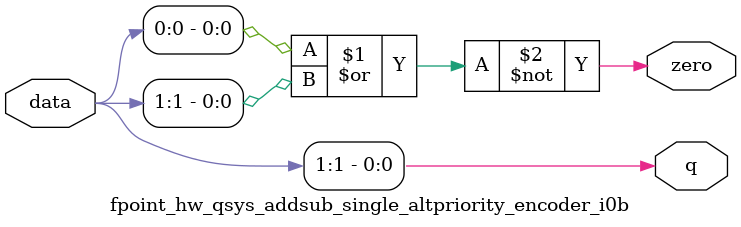
<source format=v>
module  fpoint_hw_qsys_addsub_single_altpriority_encoder_i0b
	( 
	data,
	q,
	zero) ;
	input   [1:0]  data;
	output   [0:0]  q;
	output   zero;
	assign
		q = {data[1]},
		zero = (~ (data[0] | data[1]));
endmodule
</source>
